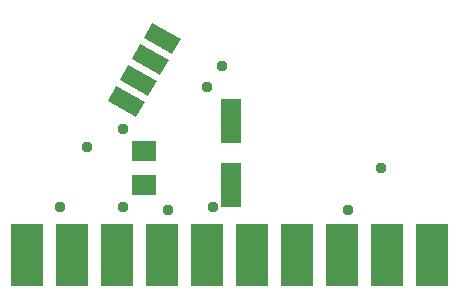
<source format=gts>
G04 EAGLE Gerber RS-274X export*
G75*
%MOMM*%
%FSLAX34Y34*%
%LPD*%
%INTop Solder Mask*%
%IPPOS*%
%AMOC8*
5,1,8,0,0,1.08239X$1,22.5*%
G01*
%ADD10R,2.743200X5.283200*%
%ADD11R,1.803200X3.703200*%
%ADD12R,1.473200X2.743200*%
%ADD13R,2.006200X1.803200*%
%ADD14C,0.959600*%


D10*
X25400Y15240D03*
X63500Y15240D03*
X101600Y15240D03*
X139700Y15240D03*
X177800Y15240D03*
X215900Y15240D03*
X254000Y15240D03*
X292100Y15240D03*
X330200Y15240D03*
X368300Y15240D03*
D11*
X198120Y128600D03*
X198120Y74600D03*
D12*
G36*
X145101Y179862D02*
X137735Y167103D01*
X113979Y180818D01*
X121345Y193577D01*
X145101Y179862D01*
G37*
G36*
X155261Y197642D02*
X147895Y184883D01*
X124139Y198598D01*
X131505Y211357D01*
X155261Y197642D01*
G37*
G36*
X134941Y162082D02*
X127575Y149323D01*
X103819Y163038D01*
X111185Y175797D01*
X134941Y162082D01*
G37*
G36*
X124781Y144302D02*
X117415Y131543D01*
X93659Y145258D01*
X101025Y158017D01*
X124781Y144302D01*
G37*
D13*
X124460Y103120D03*
X124460Y74680D03*
D14*
X144780Y53340D03*
X53340Y55880D03*
X76200Y106680D03*
X106680Y121920D03*
X106680Y55880D03*
X182880Y55880D03*
X297180Y53340D03*
X325120Y88900D03*
X177800Y157480D03*
X190500Y175260D03*
M02*

</source>
